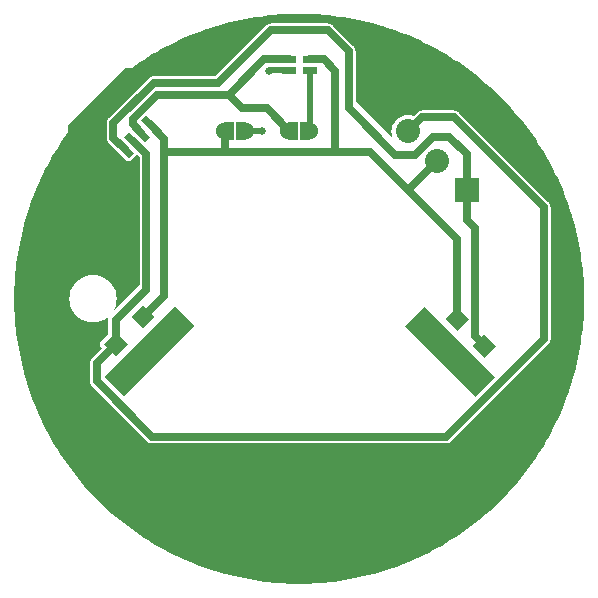
<source format=gbr>
G04 start of page 2 for group 0 idx 0 *
G04 Title: (unknown), component *
G04 Creator: pcb 4.0.2 *
G04 CreationDate: Mon Feb 22 17:58:38 2021 UTC *
G04 For: ndholmes *
G04 Format: Gerber/RS-274X *
G04 PCB-Dimensions (mil): 2500.00 2500.00 *
G04 PCB-Coordinate-Origin: lower left *
%MOIN*%
%FSLAX25Y25*%
%LNTOP*%
%ADD22C,0.0472*%
%ADD21C,0.0276*%
%ADD20C,0.6300*%
%ADD19C,0.0120*%
%ADD18C,0.0240*%
%ADD17C,0.1378*%
%ADD16C,0.0260*%
%ADD15C,0.0600*%
%ADD14C,0.0800*%
%ADD13C,0.0200*%
%ADD12C,0.0250*%
%ADD11C,0.0001*%
G54D11*G36*
X60000Y99000D02*X83500Y122500D01*
X90000Y116000D01*
X66500Y92500D01*
X60000Y99000D01*
G37*
G36*
X166744Y122256D02*X190244Y98756D01*
X183744Y92256D01*
X160244Y115756D01*
X166744Y122256D01*
G37*
G36*
X48000Y183000D02*X67000Y202000D01*
X71000D01*
X74500Y198500D01*
X51000Y175000D01*
X48000Y178000D01*
Y183000D01*
G37*
G36*
X220000Y125000D02*X219986Y123342D01*
X219942Y121685D01*
X219870Y120028D01*
X219769Y118373D01*
X219638Y116720D01*
X219480Y115070D01*
X219292Y113422D01*
X219075Y111779D01*
X218830Y110139D01*
X218557Y108503D01*
X218255Y106873D01*
X217924Y105248D01*
X217565Y103630D01*
X217178Y102017D01*
X216763Y100412D01*
X216320Y98814D01*
X215849Y97225D01*
X215350Y95643D01*
X214824Y94071D01*
X214271Y92508D01*
X213690Y90955D01*
X213082Y89412D01*
X212448Y87881D01*
X211787Y86360D01*
X211099Y84851D01*
X210385Y83355D01*
X209646Y81871D01*
X208880Y80400D01*
X208089Y78943D01*
X207272Y77500D01*
X206431Y76071D01*
X205565Y74658D01*
X204674Y73259D01*
X203759Y71877D01*
X202819Y70510D01*
X201857Y69160D01*
X200870Y67828D01*
X199861Y66512D01*
X198829Y65215D01*
X197774Y63935D01*
X196697Y62674D01*
X195599Y61433D01*
X194479Y60210D01*
X193337Y59007D01*
X192175Y57825D01*
X190993Y56663D01*
X189790Y55521D01*
X188567Y54401D01*
X187326Y53303D01*
X186065Y52226D01*
X184785Y51171D01*
X183488Y50139D01*
X182172Y49130D01*
X180840Y48143D01*
X179490Y47181D01*
X178123Y46241D01*
X176741Y45326D01*
X175342Y44435D01*
X173929Y43569D01*
X172500Y42728D01*
X171057Y41911D01*
X169600Y41120D01*
X168129Y40354D01*
X166645Y39615D01*
X165149Y38901D01*
X163640Y38213D01*
X162119Y37552D01*
X160588Y36918D01*
X159045Y36310D01*
X157492Y35729D01*
X155929Y35176D01*
X154357Y34650D01*
X152775Y34151D01*
X151186Y33680D01*
X149588Y33237D01*
X147983Y32822D01*
X146370Y32435D01*
X144752Y32076D01*
X143127Y31745D01*
X141497Y31443D01*
X139861Y31170D01*
X138221Y30925D01*
X136578Y30708D01*
X134930Y30520D01*
X133280Y30362D01*
X131627Y30231D01*
X129972Y30130D01*
X128546Y30068D01*
Y76750D01*
X173912D01*
X174000Y76743D01*
X174353Y76771D01*
X174353Y76771D01*
X174697Y76854D01*
X175025Y76989D01*
X175327Y77174D01*
X175596Y77404D01*
X175653Y77471D01*
X208029Y109847D01*
X208096Y109904D01*
X208326Y110173D01*
X208326Y110173D01*
X208511Y110475D01*
X208646Y110803D01*
X208729Y111147D01*
X208757Y111500D01*
X208750Y111588D01*
Y155412D01*
X208757Y155500D01*
X208729Y155853D01*
X208646Y156197D01*
X208607Y156293D01*
X208511Y156525D01*
X208396Y156712D01*
X208326Y156827D01*
X208326Y156827D01*
X208096Y157096D01*
X208029Y157153D01*
X178153Y187029D01*
X178096Y187096D01*
X177827Y187326D01*
X177827Y187326D01*
X177712Y187396D01*
X177525Y187511D01*
X177293Y187607D01*
X177197Y187646D01*
X176853Y187729D01*
X176500Y187757D01*
X176412Y187750D01*
X166102D01*
X166013Y187757D01*
X165660Y187729D01*
X165316Y187646D01*
X164989Y187511D01*
X164687Y187326D01*
X164687Y187326D01*
X164417Y187096D01*
X164360Y187029D01*
X163216Y185885D01*
X162962Y185990D01*
X162120Y186192D01*
X161257Y186260D01*
X160394Y186192D01*
X159552Y185990D01*
X158752Y185659D01*
X158014Y185207D01*
X157356Y184644D01*
X156793Y183986D01*
X156341Y183248D01*
X156010Y182448D01*
X155808Y181606D01*
X155740Y180743D01*
X155808Y179880D01*
X156010Y179038D01*
X156329Y178267D01*
X143798Y190798D01*
X143750Y190841D01*
Y207412D01*
X143757Y207500D01*
X143729Y207853D01*
X143646Y208197D01*
X143607Y208293D01*
X143511Y208525D01*
X143396Y208712D01*
X143326Y208827D01*
X143326Y208827D01*
X143096Y209096D01*
X143029Y209153D01*
X136153Y216029D01*
X136096Y216096D01*
X135827Y216326D01*
X135827Y216326D01*
X135712Y216396D01*
X135525Y216511D01*
X135293Y216607D01*
X135197Y216646D01*
X134853Y216729D01*
X134500Y216757D01*
X134412Y216750D01*
X128546D01*
Y219932D01*
X129972Y219870D01*
X131627Y219769D01*
X133280Y219638D01*
X134930Y219480D01*
X136578Y219292D01*
X138221Y219075D01*
X139861Y218830D01*
X141497Y218557D01*
X143127Y218255D01*
X144752Y217924D01*
X146370Y217565D01*
X147983Y217178D01*
X149588Y216763D01*
X151186Y216320D01*
X152775Y215849D01*
X154357Y215350D01*
X155929Y214824D01*
X157492Y214271D01*
X159045Y213690D01*
X160588Y213082D01*
X162119Y212448D01*
X163640Y211787D01*
X165149Y211099D01*
X166645Y210385D01*
X168129Y209646D01*
X169600Y208880D01*
X171057Y208089D01*
X172500Y207272D01*
X173929Y206431D01*
X175342Y205565D01*
X176741Y204674D01*
X178123Y203759D01*
X179490Y202819D01*
X180840Y201857D01*
X182172Y200870D01*
X183488Y199861D01*
X184785Y198829D01*
X186065Y197774D01*
X187326Y196697D01*
X188567Y195599D01*
X189790Y194479D01*
X190993Y193337D01*
X192175Y192175D01*
X193337Y190993D01*
X194479Y189790D01*
X195599Y188567D01*
X196697Y187326D01*
X197774Y186065D01*
X198829Y184785D01*
X199861Y183488D01*
X200870Y182172D01*
X201857Y180840D01*
X202819Y179490D01*
X203759Y178123D01*
X204674Y176741D01*
X205565Y175342D01*
X206431Y173929D01*
X207272Y172500D01*
X208089Y171057D01*
X208880Y169600D01*
X209646Y168129D01*
X210385Y166645D01*
X211099Y165149D01*
X211787Y163640D01*
X212448Y162119D01*
X213082Y160588D01*
X213690Y159045D01*
X214271Y157492D01*
X214824Y155929D01*
X215350Y154357D01*
X215849Y152775D01*
X216320Y151186D01*
X216763Y149588D01*
X217178Y147983D01*
X217565Y146370D01*
X217924Y144752D01*
X218255Y143127D01*
X218557Y141497D01*
X218830Y139861D01*
X219075Y138221D01*
X219292Y136578D01*
X219480Y134930D01*
X219638Y133280D01*
X219769Y131627D01*
X219870Y129972D01*
X219942Y128315D01*
X219986Y126658D01*
X220000Y125000D01*
G37*
G36*
X128546Y30068D02*X128315Y30058D01*
X126658Y30014D01*
X125000Y30000D01*
X123342Y30014D01*
X121685Y30058D01*
X120028Y30130D01*
X118373Y30231D01*
X116720Y30362D01*
X115070Y30520D01*
X113422Y30708D01*
X111779Y30925D01*
X110139Y31170D01*
X108503Y31443D01*
X106873Y31745D01*
X105248Y32076D01*
X103630Y32435D01*
X102017Y32822D01*
X100412Y33237D01*
X98814Y33680D01*
X97225Y34151D01*
X95643Y34650D01*
X94071Y35176D01*
X92508Y35729D01*
X90955Y36310D01*
X89412Y36918D01*
X87881Y37552D01*
X86360Y38213D01*
X84851Y38901D01*
X83355Y39615D01*
X81871Y40354D01*
X80400Y41120D01*
X78943Y41911D01*
X77500Y42728D01*
X76071Y43569D01*
X74658Y44435D01*
X73259Y45326D01*
X71877Y46241D01*
X70510Y47181D01*
X69160Y48143D01*
X67828Y49130D01*
X66512Y50139D01*
X65215Y51171D01*
X63935Y52226D01*
X62674Y53303D01*
X61433Y54401D01*
X60210Y55521D01*
X59007Y56663D01*
X57825Y57825D01*
X56663Y59007D01*
X55521Y60210D01*
X54401Y61433D01*
X53303Y62674D01*
X52226Y63935D01*
X51171Y65215D01*
X50139Y66512D01*
X49130Y67828D01*
X48143Y69160D01*
X47181Y70510D01*
X46241Y71877D01*
X45326Y73259D01*
X44435Y74658D01*
X43569Y76071D01*
X42728Y77500D01*
X41911Y78943D01*
X41120Y80400D01*
X40354Y81871D01*
X39615Y83355D01*
X38901Y84851D01*
X38213Y86360D01*
X37552Y87881D01*
X36918Y89412D01*
X36310Y90955D01*
X35729Y92508D01*
X35176Y94071D01*
X34650Y95643D01*
X34151Y97225D01*
X33680Y98814D01*
X33237Y100412D01*
X32822Y102017D01*
X32435Y103630D01*
X32076Y105248D01*
X31745Y106873D01*
X31443Y108503D01*
X31170Y110139D01*
X30925Y111779D01*
X30708Y113422D01*
X30520Y115070D01*
X30362Y116720D01*
X30231Y118373D01*
X30130Y120028D01*
X30058Y121685D01*
X30014Y123342D01*
X30000Y125000D01*
X30014Y126658D01*
X30058Y128315D01*
X30130Y129972D01*
X30231Y131627D01*
X30362Y133280D01*
X30520Y134930D01*
X30708Y136578D01*
X30925Y138221D01*
X31170Y139861D01*
X31443Y141497D01*
X31745Y143127D01*
X32076Y144752D01*
X32435Y146370D01*
X32822Y147983D01*
X33237Y149588D01*
X33680Y151186D01*
X34151Y152775D01*
X34650Y154357D01*
X35176Y155929D01*
X35729Y157492D01*
X36310Y159045D01*
X36918Y160588D01*
X37552Y162119D01*
X38213Y163640D01*
X38901Y165149D01*
X39615Y166645D01*
X40354Y168129D01*
X41120Y169600D01*
X41911Y171057D01*
X42728Y172500D01*
X43569Y173929D01*
X44435Y175342D01*
X45326Y176741D01*
X46241Y178123D01*
X47181Y179490D01*
X48143Y180840D01*
X49130Y182172D01*
X50139Y183488D01*
X51171Y184785D01*
X52226Y186065D01*
X53303Y187326D01*
X54401Y188567D01*
X55521Y189790D01*
X56663Y190993D01*
X57825Y192175D01*
X59007Y193337D01*
X60210Y194479D01*
X61433Y195599D01*
X62674Y196697D01*
X63935Y197774D01*
X65215Y198829D01*
X66512Y199861D01*
X67828Y200870D01*
X69160Y201857D01*
X70510Y202819D01*
X71877Y203759D01*
X73259Y204674D01*
X74658Y205565D01*
X76071Y206431D01*
X77500Y207272D01*
X78943Y208089D01*
X80400Y208880D01*
X81871Y209646D01*
X83355Y210385D01*
X84851Y211099D01*
X86360Y211787D01*
X87881Y212448D01*
X89412Y213082D01*
X90955Y213690D01*
X92508Y214271D01*
X94071Y214824D01*
X95643Y215350D01*
X97225Y215849D01*
X98814Y216320D01*
X100412Y216763D01*
X102017Y217178D01*
X103630Y217565D01*
X105248Y217924D01*
X106873Y218255D01*
X108503Y218557D01*
X110139Y218830D01*
X111779Y219075D01*
X113422Y219292D01*
X115070Y219480D01*
X116720Y219638D01*
X118373Y219769D01*
X120028Y219870D01*
X121685Y219942D01*
X123342Y219986D01*
X125000Y220000D01*
X126658Y219986D01*
X128315Y219942D01*
X128546Y219932D01*
Y216750D01*
X115588D01*
X115500Y216757D01*
X115147Y216729D01*
X114803Y216646D01*
X114475Y216511D01*
X114173Y216326D01*
X114173Y216326D01*
X113904Y216096D01*
X113847Y216029D01*
X97068Y199250D01*
X76588D01*
X76500Y199257D01*
X76147Y199229D01*
X75803Y199146D01*
X75475Y199011D01*
X75173Y198826D01*
X75173Y198826D01*
X74904Y198596D01*
X74847Y198529D01*
X61471Y185153D01*
X61404Y185096D01*
X61174Y184827D01*
X60989Y184525D01*
X60854Y184197D01*
X60771Y183853D01*
X60771Y183853D01*
X60743Y183500D01*
X60750Y183412D01*
Y178737D01*
X60743Y178649D01*
X60771Y178295D01*
X60771Y178295D01*
X60771Y178295D01*
X60804Y178157D01*
X60853Y177951D01*
X60854Y177951D01*
X60854Y177951D01*
X60935Y177754D01*
X60989Y177624D01*
X60989Y177624D01*
X60989Y177624D01*
X61087Y177464D01*
X61174Y177322D01*
X61174Y177322D01*
X61174Y177322D01*
X61404Y177053D01*
X61471Y176995D01*
X65233Y173233D01*
X65497Y172998D01*
X65694Y172878D01*
X67557Y171020D01*
X67691Y170938D01*
X67836Y170878D01*
X67990Y170841D01*
X68146Y170829D01*
X68303Y170841D01*
X68456Y170878D01*
X68602Y170938D01*
X68736Y171020D01*
X68854Y171125D01*
X70628Y172912D01*
X70710Y173047D01*
X70771Y173192D01*
X70784Y173250D01*
X71750Y172284D01*
Y129639D01*
X62959Y120848D01*
X63302Y121407D01*
X63777Y122554D01*
X64067Y123762D01*
X64140Y125000D01*
X64067Y126238D01*
X63777Y127446D01*
X63302Y128593D01*
X62653Y129652D01*
X61846Y130596D01*
X60902Y131403D01*
X59843Y132052D01*
X58696Y132527D01*
X57488Y132817D01*
X56250Y132914D01*
X55012Y132817D01*
X53804Y132527D01*
X52657Y132052D01*
X51598Y131403D01*
X50654Y130596D01*
X49847Y129652D01*
X49198Y128593D01*
X48723Y127446D01*
X48433Y126238D01*
X48336Y125000D01*
X48433Y123762D01*
X48723Y122554D01*
X49198Y121407D01*
X49847Y120348D01*
X50654Y119404D01*
X51598Y118597D01*
X52657Y117948D01*
X53804Y117473D01*
X55012Y117183D01*
X56250Y117086D01*
X57488Y117183D01*
X58696Y117473D01*
X59843Y117948D01*
X60902Y118597D01*
X61430Y119048D01*
X61329Y118805D01*
X61228Y118384D01*
X61194Y117952D01*
X61202Y117845D01*
Y113213D01*
X58835Y110834D01*
X58712Y110633D01*
X58621Y110415D01*
X58566Y110185D01*
X58548Y109950D01*
X58566Y109714D01*
X58621Y109485D01*
X58712Y109267D01*
X58835Y109065D01*
X58992Y108889D01*
X59350Y108532D01*
X55971Y105153D01*
X55904Y105096D01*
X55674Y104827D01*
X55489Y104525D01*
X55354Y104197D01*
X55271Y103853D01*
X55271Y103853D01*
X55243Y103500D01*
X55250Y103412D01*
Y97588D01*
X55243Y97500D01*
X55271Y97147D01*
Y97147D01*
X55354Y96803D01*
X55489Y96475D01*
X55559Y96361D01*
X55674Y96173D01*
X55674Y96173D01*
X55904Y95904D01*
X55971Y95847D01*
X74347Y77471D01*
X74404Y77404D01*
X74673Y77174D01*
X74673Y77174D01*
X74861Y77059D01*
X74975Y76989D01*
X75303Y76854D01*
X75647Y76771D01*
X75647D01*
X76000Y76743D01*
X76088Y76750D01*
X128546D01*
Y30068D01*
G37*
G54D12*X206500Y111500D02*X174000Y79000D01*
X186744Y109256D02*X183500Y112500D01*
X177696Y144804D02*Y118304D01*
X74000Y128000D02*X63952Y117952D01*
Y109952D01*
X73000Y119000D02*X80000Y126000D01*
X174000Y79000D02*X76000D01*
X57500Y97500D01*
Y103500D02*X63952Y109952D01*
X57500Y103500D02*Y97500D01*
X141500Y188500D02*Y207500D01*
X171000Y171000D02*X161250Y161250D01*
X169500Y179000D02*X163500Y173000D01*
X157000D01*
X141500Y188500D01*
X161257Y180743D02*X166013Y185500D01*
X177696Y144804D02*X148500Y174000D01*
X180744Y161256D02*Y173256D01*
X175000Y179000D01*
X169500D01*
X166013Y185500D02*X176500D01*
X183500Y112500D02*Y148500D01*
X180744Y151256D01*
Y161256D01*
X176500Y185500D02*X206500Y155500D01*
Y111500D02*Y155500D01*
X66824Y174824D02*X63000Y178648D01*
Y183500D01*
X76500Y197000D01*
X98000D01*
X69500Y185000D02*X77500Y193000D01*
X100100Y181000D02*Y174000D01*
X77500Y193000D02*X101500D01*
X69608Y177608D02*X74000Y173216D01*
Y128000D01*
X80000Y126000D02*Y178352D01*
X75176Y183176D01*
X72392Y180392D02*X69500Y183284D01*
Y185000D01*
X148500Y174000D02*X80000D01*
G54D13*X112500Y181000D02*X106900D01*
G54D12*X98000Y197000D02*X115500Y214500D01*
X113370Y204870D02*X121457D01*
G54D13*Y201130D02*X115000D01*
G54D12*X137000Y201000D02*Y174000D01*
X101500Y193000D02*X113370Y204870D01*
G54D13*X128500Y181000D02*Y201130D01*
G54D12*X115500Y214500D02*X134500D01*
X141500Y207500D01*
X137000Y201000D02*X133130Y204870D01*
X128543D01*
X101500Y193000D02*X106000Y188500D01*
X114100D01*
X121600Y181000D01*
G54D11*G36*
X176744Y165256D02*Y157256D01*
X184744D01*
Y165256D01*
X176744D01*
G37*
G54D14*X171000Y171000D03*
X161257Y180743D03*
G54D11*G36*
X177693Y122204D02*X173796Y118307D01*
X177699Y114404D01*
X181596Y118301D01*
X177693Y122204D01*
G37*
G36*
X186741Y113156D02*X182844Y109259D01*
X186746Y105356D01*
X190644Y109254D01*
X186741Y113156D01*
G37*
G36*
X171293Y117469D02*X166839Y121923D01*
X160714Y115798D01*
X165169Y111344D01*
X171293Y117469D01*
G37*
G36*
X189667Y99095D02*X185213Y103549D01*
X179088Y97425D01*
X183542Y92971D01*
X189667Y99095D01*
G37*
G54D15*X121600Y181000D03*
G54D11*G36*
X124600Y184000D02*X121600D01*
Y178000D01*
X124600D01*
Y184000D01*
G37*
G54D15*X128400Y181000D03*
G54D11*G36*
Y184000D02*X125400D01*
Y178000D01*
X128400D01*
Y184000D01*
G37*
G36*
X119094Y202311D02*Y199949D01*
X123819D01*
Y202311D01*
X119094D01*
G37*
G36*
X126181D02*Y199949D01*
X130906D01*
Y202311D01*
X126181D01*
G37*
G36*
Y206051D02*Y203689D01*
X130906D01*
Y206051D01*
X126181D01*
G37*
G36*
X119094D02*Y203689D01*
X123819D01*
Y206051D01*
X119094D01*
G37*
G36*
X73854Y186168D02*X72183Y184498D01*
X76498Y180183D01*
X78168Y181854D01*
X73854Y186168D01*
G37*
G36*
X71070Y183384D02*X69399Y181714D01*
X73714Y177400D01*
X75384Y179070D01*
X71070Y183384D01*
G37*
G36*
X68286Y180601D02*X66616Y178930D01*
X70930Y174616D01*
X72600Y176286D01*
X68286Y180601D01*
G37*
G36*
X67853Y109955D02*X63955Y113853D01*
X60052Y109950D01*
X63950Y106052D01*
X67853Y109955D01*
G37*
G36*
X76900Y119003D02*X73003Y122900D01*
X69100Y118997D01*
X72997Y115100D01*
X76900Y119003D01*
G37*
G36*
X64787Y103549D02*X60333Y99095D01*
X66458Y92971D01*
X70912Y97425D01*
X64787Y103549D01*
G37*
G36*
X83161Y121923D02*X78707Y117469D01*
X84831Y111344D01*
X89286Y115798D01*
X83161Y121923D01*
G37*
G36*
X65502Y177817D02*X63832Y176146D01*
X68146Y171832D01*
X69817Y173502D01*
X65502Y177817D01*
G37*
G36*
X67172Y201758D02*X63832Y198418D01*
X68843Y193407D01*
X72183Y196747D01*
X67172Y201758D01*
G37*
G36*
X51582Y186168D02*X48242Y182828D01*
X53253Y177817D01*
X56593Y181157D01*
X51582Y186168D01*
G37*
G54D15*X100100Y181000D03*
G54D11*G36*
X103100Y184000D02*X100100D01*
Y178000D01*
X103100D01*
Y184000D01*
G37*
G54D15*X106900Y181000D03*
G54D11*G36*
Y184000D02*X103900D01*
Y178000D01*
X106900D01*
Y184000D01*
G37*
G54D16*X112500Y181000D03*
X115000Y201000D03*
G54D17*G54D12*G54D18*G54D19*G54D17*G54D20*G54D12*G54D18*G54D21*G54D22*G54D21*M02*

</source>
